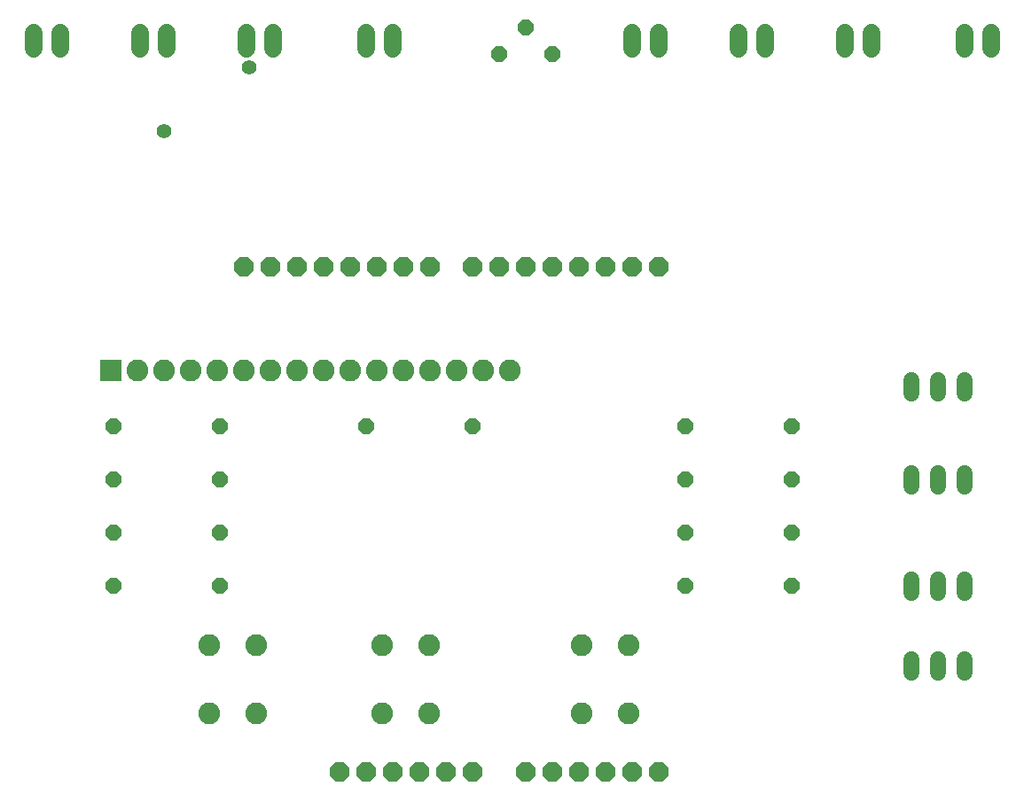
<source format=gbr>
G04 EAGLE Gerber X2 export*
%TF.Part,Single*%
%TF.FileFunction,Soldermask,Top,1*%
%TF.FilePolarity,Negative*%
%TF.GenerationSoftware,Autodesk,EAGLE,9.1.3*%
%TF.CreationDate,2018-12-04T07:58:27Z*%
G75*
%MOMM*%
%FSLAX34Y34*%
%LPD*%
%AMOC8*
5,1,8,0,0,1.08239X$1,22.5*%
G01*
%ADD10C,1.727200*%
%ADD11R,2.082800X2.082800*%
%ADD12C,2.082800*%
%ADD13P,1.649562X8X22.500000*%
%ADD14P,1.649562X8X202.500000*%
%ADD15C,1.524000*%
%ADD16P,2.034460X8X22.500000*%
%ADD17C,1.397000*%


D10*
X38100Y754380D02*
X38100Y769620D01*
X63500Y769620D02*
X63500Y754380D01*
X952500Y754380D02*
X952500Y769620D01*
X927100Y769620D02*
X927100Y754380D01*
X165100Y754380D02*
X165100Y769620D01*
X139700Y769620D02*
X139700Y754380D01*
X266700Y754380D02*
X266700Y769620D01*
X241300Y769620D02*
X241300Y754380D01*
X381000Y754380D02*
X381000Y769620D01*
X355600Y769620D02*
X355600Y754380D01*
X635000Y754380D02*
X635000Y769620D01*
X609600Y769620D02*
X609600Y754380D01*
X736600Y754380D02*
X736600Y769620D01*
X711200Y769620D02*
X711200Y754380D01*
X838200Y754380D02*
X838200Y769620D01*
X812800Y769620D02*
X812800Y754380D01*
D11*
X111800Y447100D03*
D12*
X137200Y447100D03*
X162600Y447100D03*
X188000Y447100D03*
X213400Y447100D03*
X238800Y447100D03*
X264200Y447100D03*
X289600Y447100D03*
X315000Y447100D03*
X340400Y447100D03*
X365800Y447100D03*
X391200Y447100D03*
X416600Y447100D03*
X442000Y447100D03*
X467400Y447100D03*
X492800Y447100D03*
D13*
X355600Y393700D03*
X457200Y393700D03*
X482600Y749300D03*
X533400Y749300D03*
X508000Y774700D03*
X660400Y393700D03*
X762000Y393700D03*
X660400Y342900D03*
X762000Y342900D03*
X660400Y292100D03*
X762000Y292100D03*
X660400Y241300D03*
X762000Y241300D03*
D14*
X215900Y241300D03*
X114300Y241300D03*
X215900Y292100D03*
X114300Y292100D03*
X215900Y342900D03*
X114300Y342900D03*
X215900Y393700D03*
X114300Y393700D03*
D12*
X205994Y119888D03*
X205994Y184912D03*
X251206Y119888D03*
X251206Y184912D03*
X416306Y184912D03*
X416306Y119888D03*
X371094Y184912D03*
X371094Y119888D03*
X561594Y119888D03*
X561594Y184912D03*
X606806Y119888D03*
X606806Y184912D03*
D15*
X876300Y425196D02*
X876300Y438404D01*
X927100Y438404D02*
X927100Y425196D01*
X901700Y425196D02*
X901700Y438404D01*
X876300Y349504D02*
X876300Y336296D01*
X927100Y336296D02*
X927100Y349504D01*
X901700Y349504D02*
X901700Y336296D01*
X876300Y247904D02*
X876300Y234696D01*
X927100Y234696D02*
X927100Y247904D01*
X901700Y247904D02*
X901700Y234696D01*
X876300Y171704D02*
X876300Y158496D01*
X927100Y158496D02*
X927100Y171704D01*
X901700Y171704D02*
X901700Y158496D01*
D16*
X533400Y546100D03*
X508000Y63500D03*
X558800Y546100D03*
X584200Y546100D03*
X609600Y546100D03*
X635000Y546100D03*
X508000Y546100D03*
X482600Y546100D03*
X457200Y546100D03*
X416560Y546100D03*
X391160Y546100D03*
X365760Y546100D03*
X340360Y546100D03*
X314960Y546100D03*
X289560Y546100D03*
X264160Y546100D03*
X238760Y546100D03*
X533400Y63500D03*
X558800Y63500D03*
X584200Y63500D03*
X609600Y63500D03*
X635000Y63500D03*
X457200Y63500D03*
X431800Y63500D03*
X406400Y63500D03*
X381000Y63500D03*
X355600Y63500D03*
X330200Y63500D03*
D17*
X162560Y675640D03*
X243840Y736600D03*
M02*

</source>
